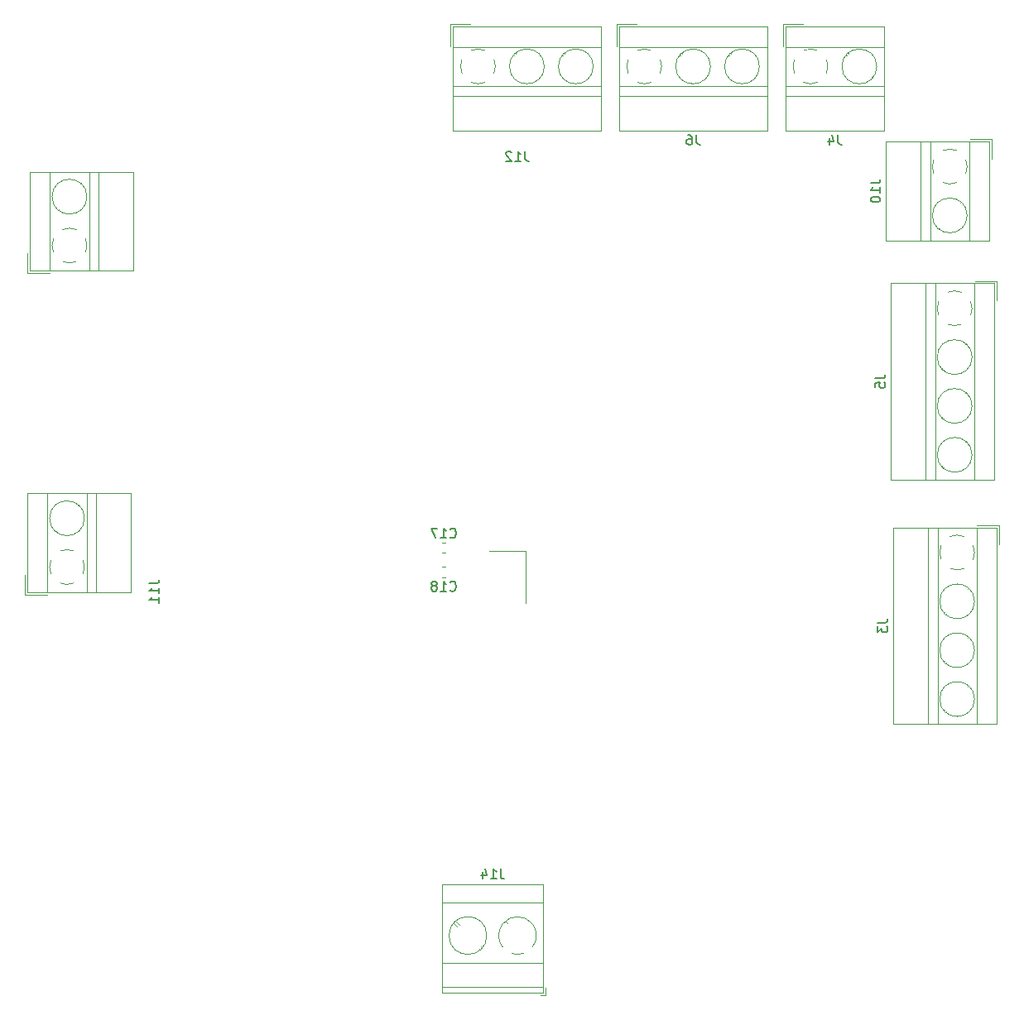
<source format=gbr>
%TF.GenerationSoftware,KiCad,Pcbnew,7.0.10*%
%TF.CreationDate,2024-08-08T13:18:15-05:00*%
%TF.ProjectId,river_sampler,72697665-725f-4736-916d-706c65722e6b,rev?*%
%TF.SameCoordinates,Original*%
%TF.FileFunction,Legend,Bot*%
%TF.FilePolarity,Positive*%
%FSLAX46Y46*%
G04 Gerber Fmt 4.6, Leading zero omitted, Abs format (unit mm)*
G04 Created by KiCad (PCBNEW 7.0.10) date 2024-08-08 13:18:15*
%MOMM*%
%LPD*%
G01*
G04 APERTURE LIST*
%ADD10C,0.150000*%
%ADD11C,0.120000*%
G04 APERTURE END LIST*
D10*
X127644819Y-98190476D02*
X128359104Y-98190476D01*
X128359104Y-98190476D02*
X128501961Y-98142857D01*
X128501961Y-98142857D02*
X128597200Y-98047619D01*
X128597200Y-98047619D02*
X128644819Y-97904762D01*
X128644819Y-97904762D02*
X128644819Y-97809524D01*
X128644819Y-99190476D02*
X128644819Y-98619048D01*
X128644819Y-98904762D02*
X127644819Y-98904762D01*
X127644819Y-98904762D02*
X127787676Y-98809524D01*
X127787676Y-98809524D02*
X127882914Y-98714286D01*
X127882914Y-98714286D02*
X127930533Y-98619048D01*
X127644819Y-99809524D02*
X127644819Y-99904762D01*
X127644819Y-99904762D02*
X127692438Y-100000000D01*
X127692438Y-100000000D02*
X127740057Y-100047619D01*
X127740057Y-100047619D02*
X127835295Y-100095238D01*
X127835295Y-100095238D02*
X128025771Y-100142857D01*
X128025771Y-100142857D02*
X128263866Y-100142857D01*
X128263866Y-100142857D02*
X128454342Y-100095238D01*
X128454342Y-100095238D02*
X128549580Y-100047619D01*
X128549580Y-100047619D02*
X128597200Y-100000000D01*
X128597200Y-100000000D02*
X128644819Y-99904762D01*
X128644819Y-99904762D02*
X128644819Y-99809524D01*
X128644819Y-99809524D02*
X128597200Y-99714286D01*
X128597200Y-99714286D02*
X128549580Y-99666667D01*
X128549580Y-99666667D02*
X128454342Y-99619048D01*
X128454342Y-99619048D02*
X128263866Y-99571429D01*
X128263866Y-99571429D02*
X128025771Y-99571429D01*
X128025771Y-99571429D02*
X127835295Y-99619048D01*
X127835295Y-99619048D02*
X127740057Y-99666667D01*
X127740057Y-99666667D02*
X127692438Y-99714286D01*
X127692438Y-99714286D02*
X127644819Y-99809524D01*
X84642857Y-134429580D02*
X84690476Y-134477200D01*
X84690476Y-134477200D02*
X84833333Y-134524819D01*
X84833333Y-134524819D02*
X84928571Y-134524819D01*
X84928571Y-134524819D02*
X85071428Y-134477200D01*
X85071428Y-134477200D02*
X85166666Y-134381961D01*
X85166666Y-134381961D02*
X85214285Y-134286723D01*
X85214285Y-134286723D02*
X85261904Y-134096247D01*
X85261904Y-134096247D02*
X85261904Y-133953390D01*
X85261904Y-133953390D02*
X85214285Y-133762914D01*
X85214285Y-133762914D02*
X85166666Y-133667676D01*
X85166666Y-133667676D02*
X85071428Y-133572438D01*
X85071428Y-133572438D02*
X84928571Y-133524819D01*
X84928571Y-133524819D02*
X84833333Y-133524819D01*
X84833333Y-133524819D02*
X84690476Y-133572438D01*
X84690476Y-133572438D02*
X84642857Y-133620057D01*
X83690476Y-134524819D02*
X84261904Y-134524819D01*
X83976190Y-134524819D02*
X83976190Y-133524819D01*
X83976190Y-133524819D02*
X84071428Y-133667676D01*
X84071428Y-133667676D02*
X84166666Y-133762914D01*
X84166666Y-133762914D02*
X84261904Y-133810533D01*
X83357142Y-133524819D02*
X82690476Y-133524819D01*
X82690476Y-133524819D02*
X83119047Y-134524819D01*
X124333333Y-93264819D02*
X124333333Y-93979104D01*
X124333333Y-93979104D02*
X124380952Y-94121961D01*
X124380952Y-94121961D02*
X124476190Y-94217200D01*
X124476190Y-94217200D02*
X124619047Y-94264819D01*
X124619047Y-94264819D02*
X124714285Y-94264819D01*
X123428571Y-93598152D02*
X123428571Y-94264819D01*
X123666666Y-93217200D02*
X123904761Y-93931485D01*
X123904761Y-93931485D02*
X123285714Y-93931485D01*
X128394819Y-143166666D02*
X129109104Y-143166666D01*
X129109104Y-143166666D02*
X129251961Y-143119047D01*
X129251961Y-143119047D02*
X129347200Y-143023809D01*
X129347200Y-143023809D02*
X129394819Y-142880952D01*
X129394819Y-142880952D02*
X129394819Y-142785714D01*
X128394819Y-143547619D02*
X128394819Y-144166666D01*
X128394819Y-144166666D02*
X128775771Y-143833333D01*
X128775771Y-143833333D02*
X128775771Y-143976190D01*
X128775771Y-143976190D02*
X128823390Y-144071428D01*
X128823390Y-144071428D02*
X128871009Y-144119047D01*
X128871009Y-144119047D02*
X128966247Y-144166666D01*
X128966247Y-144166666D02*
X129204342Y-144166666D01*
X129204342Y-144166666D02*
X129299580Y-144119047D01*
X129299580Y-144119047D02*
X129347200Y-144071428D01*
X129347200Y-144071428D02*
X129394819Y-143976190D01*
X129394819Y-143976190D02*
X129394819Y-143690476D01*
X129394819Y-143690476D02*
X129347200Y-143595238D01*
X129347200Y-143595238D02*
X129299580Y-143547619D01*
X89814523Y-168394819D02*
X89814523Y-169109104D01*
X89814523Y-169109104D02*
X89862142Y-169251961D01*
X89862142Y-169251961D02*
X89957380Y-169347200D01*
X89957380Y-169347200D02*
X90100237Y-169394819D01*
X90100237Y-169394819D02*
X90195475Y-169394819D01*
X88814523Y-169394819D02*
X89385951Y-169394819D01*
X89100237Y-169394819D02*
X89100237Y-168394819D01*
X89100237Y-168394819D02*
X89195475Y-168537676D01*
X89195475Y-168537676D02*
X89290713Y-168632914D01*
X89290713Y-168632914D02*
X89385951Y-168680533D01*
X87957380Y-168728152D02*
X87957380Y-169394819D01*
X88195475Y-168347200D02*
X88433570Y-169061485D01*
X88433570Y-169061485D02*
X87814523Y-169061485D01*
X92309523Y-94954819D02*
X92309523Y-95669104D01*
X92309523Y-95669104D02*
X92357142Y-95811961D01*
X92357142Y-95811961D02*
X92452380Y-95907200D01*
X92452380Y-95907200D02*
X92595237Y-95954819D01*
X92595237Y-95954819D02*
X92690475Y-95954819D01*
X91309523Y-95954819D02*
X91880951Y-95954819D01*
X91595237Y-95954819D02*
X91595237Y-94954819D01*
X91595237Y-94954819D02*
X91690475Y-95097676D01*
X91690475Y-95097676D02*
X91785713Y-95192914D01*
X91785713Y-95192914D02*
X91880951Y-95240533D01*
X90928570Y-95050057D02*
X90880951Y-95002438D01*
X90880951Y-95002438D02*
X90785713Y-94954819D01*
X90785713Y-94954819D02*
X90547618Y-94954819D01*
X90547618Y-94954819D02*
X90452380Y-95002438D01*
X90452380Y-95002438D02*
X90404761Y-95050057D01*
X90404761Y-95050057D02*
X90357142Y-95145295D01*
X90357142Y-95145295D02*
X90357142Y-95240533D01*
X90357142Y-95240533D02*
X90404761Y-95383390D01*
X90404761Y-95383390D02*
X90976189Y-95954819D01*
X90976189Y-95954819D02*
X90357142Y-95954819D01*
X84642857Y-139859580D02*
X84690476Y-139907200D01*
X84690476Y-139907200D02*
X84833333Y-139954819D01*
X84833333Y-139954819D02*
X84928571Y-139954819D01*
X84928571Y-139954819D02*
X85071428Y-139907200D01*
X85071428Y-139907200D02*
X85166666Y-139811961D01*
X85166666Y-139811961D02*
X85214285Y-139716723D01*
X85214285Y-139716723D02*
X85261904Y-139526247D01*
X85261904Y-139526247D02*
X85261904Y-139383390D01*
X85261904Y-139383390D02*
X85214285Y-139192914D01*
X85214285Y-139192914D02*
X85166666Y-139097676D01*
X85166666Y-139097676D02*
X85071428Y-139002438D01*
X85071428Y-139002438D02*
X84928571Y-138954819D01*
X84928571Y-138954819D02*
X84833333Y-138954819D01*
X84833333Y-138954819D02*
X84690476Y-139002438D01*
X84690476Y-139002438D02*
X84642857Y-139050057D01*
X83690476Y-139954819D02*
X84261904Y-139954819D01*
X83976190Y-139954819D02*
X83976190Y-138954819D01*
X83976190Y-138954819D02*
X84071428Y-139097676D01*
X84071428Y-139097676D02*
X84166666Y-139192914D01*
X84166666Y-139192914D02*
X84261904Y-139240533D01*
X83119047Y-139383390D02*
X83214285Y-139335771D01*
X83214285Y-139335771D02*
X83261904Y-139288152D01*
X83261904Y-139288152D02*
X83309523Y-139192914D01*
X83309523Y-139192914D02*
X83309523Y-139145295D01*
X83309523Y-139145295D02*
X83261904Y-139050057D01*
X83261904Y-139050057D02*
X83214285Y-139002438D01*
X83214285Y-139002438D02*
X83119047Y-138954819D01*
X83119047Y-138954819D02*
X82928571Y-138954819D01*
X82928571Y-138954819D02*
X82833333Y-139002438D01*
X82833333Y-139002438D02*
X82785714Y-139050057D01*
X82785714Y-139050057D02*
X82738095Y-139145295D01*
X82738095Y-139145295D02*
X82738095Y-139192914D01*
X82738095Y-139192914D02*
X82785714Y-139288152D01*
X82785714Y-139288152D02*
X82833333Y-139335771D01*
X82833333Y-139335771D02*
X82928571Y-139383390D01*
X82928571Y-139383390D02*
X83119047Y-139383390D01*
X83119047Y-139383390D02*
X83214285Y-139431009D01*
X83214285Y-139431009D02*
X83261904Y-139478628D01*
X83261904Y-139478628D02*
X83309523Y-139573866D01*
X83309523Y-139573866D02*
X83309523Y-139764342D01*
X83309523Y-139764342D02*
X83261904Y-139859580D01*
X83261904Y-139859580D02*
X83214285Y-139907200D01*
X83214285Y-139907200D02*
X83119047Y-139954819D01*
X83119047Y-139954819D02*
X82928571Y-139954819D01*
X82928571Y-139954819D02*
X82833333Y-139907200D01*
X82833333Y-139907200D02*
X82785714Y-139859580D01*
X82785714Y-139859580D02*
X82738095Y-139764342D01*
X82738095Y-139764342D02*
X82738095Y-139573866D01*
X82738095Y-139573866D02*
X82785714Y-139478628D01*
X82785714Y-139478628D02*
X82833333Y-139431009D01*
X82833333Y-139431009D02*
X82928571Y-139383390D01*
X128144819Y-118166666D02*
X128859104Y-118166666D01*
X128859104Y-118166666D02*
X129001961Y-118119047D01*
X129001961Y-118119047D02*
X129097200Y-118023809D01*
X129097200Y-118023809D02*
X129144819Y-117880952D01*
X129144819Y-117880952D02*
X129144819Y-117785714D01*
X128144819Y-119119047D02*
X128144819Y-118642857D01*
X128144819Y-118642857D02*
X128621009Y-118595238D01*
X128621009Y-118595238D02*
X128573390Y-118642857D01*
X128573390Y-118642857D02*
X128525771Y-118738095D01*
X128525771Y-118738095D02*
X128525771Y-118976190D01*
X128525771Y-118976190D02*
X128573390Y-119071428D01*
X128573390Y-119071428D02*
X128621009Y-119119047D01*
X128621009Y-119119047D02*
X128716247Y-119166666D01*
X128716247Y-119166666D02*
X128954342Y-119166666D01*
X128954342Y-119166666D02*
X129049580Y-119119047D01*
X129049580Y-119119047D02*
X129097200Y-119071428D01*
X129097200Y-119071428D02*
X129144819Y-118976190D01*
X129144819Y-118976190D02*
X129144819Y-118738095D01*
X129144819Y-118738095D02*
X129097200Y-118642857D01*
X129097200Y-118642857D02*
X129049580Y-118595238D01*
X109833333Y-93264819D02*
X109833333Y-93979104D01*
X109833333Y-93979104D02*
X109880952Y-94121961D01*
X109880952Y-94121961D02*
X109976190Y-94217200D01*
X109976190Y-94217200D02*
X110119047Y-94264819D01*
X110119047Y-94264819D02*
X110214285Y-94264819D01*
X108928571Y-93264819D02*
X109119047Y-93264819D01*
X109119047Y-93264819D02*
X109214285Y-93312438D01*
X109214285Y-93312438D02*
X109261904Y-93360057D01*
X109261904Y-93360057D02*
X109357142Y-93502914D01*
X109357142Y-93502914D02*
X109404761Y-93693390D01*
X109404761Y-93693390D02*
X109404761Y-94074342D01*
X109404761Y-94074342D02*
X109357142Y-94169580D01*
X109357142Y-94169580D02*
X109309523Y-94217200D01*
X109309523Y-94217200D02*
X109214285Y-94264819D01*
X109214285Y-94264819D02*
X109023809Y-94264819D01*
X109023809Y-94264819D02*
X108928571Y-94217200D01*
X108928571Y-94217200D02*
X108880952Y-94169580D01*
X108880952Y-94169580D02*
X108833333Y-94074342D01*
X108833333Y-94074342D02*
X108833333Y-93836247D01*
X108833333Y-93836247D02*
X108880952Y-93741009D01*
X108880952Y-93741009D02*
X108928571Y-93693390D01*
X108928571Y-93693390D02*
X109023809Y-93645771D01*
X109023809Y-93645771D02*
X109214285Y-93645771D01*
X109214285Y-93645771D02*
X109309523Y-93693390D01*
X109309523Y-93693390D02*
X109357142Y-93741009D01*
X109357142Y-93741009D02*
X109404761Y-93836247D01*
X53880819Y-139180676D02*
X54595104Y-139180676D01*
X54595104Y-139180676D02*
X54737961Y-139133057D01*
X54737961Y-139133057D02*
X54833200Y-139037819D01*
X54833200Y-139037819D02*
X54880819Y-138894962D01*
X54880819Y-138894962D02*
X54880819Y-138799724D01*
X54880819Y-140180676D02*
X54880819Y-139609248D01*
X54880819Y-139894962D02*
X53880819Y-139894962D01*
X53880819Y-139894962D02*
X54023676Y-139799724D01*
X54023676Y-139799724D02*
X54118914Y-139704486D01*
X54118914Y-139704486D02*
X54166533Y-139609248D01*
X54880819Y-141133057D02*
X54880819Y-140561629D01*
X54880819Y-140847343D02*
X53880819Y-140847343D01*
X53880819Y-140847343D02*
X54023676Y-140752105D01*
X54023676Y-140752105D02*
X54118914Y-140656867D01*
X54118914Y-140656867D02*
X54166533Y-140561629D01*
D11*
%TO.C,Y1*%
X92350000Y-135850000D02*
X92350000Y-141150000D01*
X88650000Y-135850000D02*
X92350000Y-135850000D01*
%TO.C,J10*%
X140050000Y-93700000D02*
X140050000Y-95700000D01*
X137810000Y-93700000D02*
X140050000Y-93700000D01*
X139810000Y-93940000D02*
X139810000Y-104060000D01*
X137750000Y-93940000D02*
X137750000Y-104060000D01*
X133750000Y-93940000D02*
X133750000Y-104060000D01*
X132750000Y-93940000D02*
X132750000Y-104060000D01*
X129190000Y-93940000D02*
X139810000Y-93940000D01*
X129190000Y-93940000D02*
X129190000Y-104060000D01*
X136833000Y-100200000D02*
X136883000Y-100150000D01*
X137075000Y-100392000D02*
X137100000Y-100368000D01*
X134400000Y-102633000D02*
X134424000Y-102608000D01*
X134617000Y-102850000D02*
X134667000Y-102801000D01*
X129190000Y-104060000D02*
X139810000Y-104060000D01*
X136445516Y-94860794D02*
G75*
G03*
X135054000Y-94861000I-695515J-1639201D01*
G01*
X137530389Y-96530814D02*
G75*
G03*
X137388999Y-95804000I-1780375J30816D01*
G01*
X137388499Y-97195501D02*
G75*
G03*
X137530000Y-96500000I-1638501J695501D01*
G01*
X134110794Y-95804484D02*
G75*
G03*
X134111000Y-97196000I1639201J-695515D01*
G01*
X135054484Y-98139206D02*
G75*
G03*
X136446000Y-98139000I695515J1639213D01*
G01*
X137530000Y-101500000D02*
G75*
G03*
X133970000Y-101500000I-1780000J0D01*
G01*
X133970000Y-101500000D02*
G75*
G03*
X137530000Y-101500000I1780000J0D01*
G01*
%TO.C,C17*%
X84140580Y-136010000D02*
X83859420Y-136010000D01*
X84140580Y-134990000D02*
X83859420Y-134990000D01*
%TO.C,J4*%
X118700000Y-81950000D02*
X120700000Y-81950000D01*
X118700000Y-84190000D02*
X118700000Y-81950000D01*
X118940000Y-82190000D02*
X129060000Y-82190000D01*
X118940000Y-84250000D02*
X129060000Y-84250000D01*
X118940000Y-88250000D02*
X129060000Y-88250000D01*
X118940000Y-89250000D02*
X129060000Y-89250000D01*
X118940000Y-92810000D02*
X118940000Y-82190000D01*
X118940000Y-92810000D02*
X129060000Y-92810000D01*
X125200000Y-85167000D02*
X125150000Y-85117000D01*
X125392000Y-84925000D02*
X125368000Y-84900000D01*
X127633000Y-87600000D02*
X127608000Y-87576000D01*
X127850000Y-87383000D02*
X127801000Y-87333000D01*
X129060000Y-92810000D02*
X129060000Y-82190000D01*
X119860794Y-85554484D02*
G75*
G03*
X119861000Y-86946000I1639201J-695515D01*
G01*
X121530814Y-84469611D02*
G75*
G03*
X120804000Y-84611001I-30816J-1780375D01*
G01*
X122195501Y-84611501D02*
G75*
G03*
X121500000Y-84470000I-695501J-1638501D01*
G01*
X120804484Y-87889206D02*
G75*
G03*
X122196000Y-87889000I695515J1639201D01*
G01*
X123139206Y-86945516D02*
G75*
G03*
X123139000Y-85554000I-1639213J695515D01*
G01*
X128280000Y-86250000D02*
G75*
G03*
X124720000Y-86250000I-1780000J0D01*
G01*
X124720000Y-86250000D02*
G75*
G03*
X128280000Y-86250000I1780000J0D01*
G01*
%TO.C,J13*%
X41420000Y-107382600D02*
X41420000Y-105382600D01*
X43660000Y-107382600D02*
X41420000Y-107382600D01*
X41660000Y-107142600D02*
X41660000Y-97022600D01*
X43720000Y-107142600D02*
X43720000Y-97022600D01*
X47720000Y-107142600D02*
X47720000Y-97022600D01*
X48720000Y-107142600D02*
X48720000Y-97022600D01*
X52280000Y-107142600D02*
X41660000Y-107142600D01*
X52280000Y-107142600D02*
X52280000Y-97022600D01*
X44637000Y-100882600D02*
X44587000Y-100932600D01*
X44395000Y-100690600D02*
X44370000Y-100714600D01*
X47070000Y-98449600D02*
X47046000Y-98474600D01*
X46853000Y-98232600D02*
X46803000Y-98281600D01*
X52280000Y-97022600D02*
X41660000Y-97022600D01*
X45024484Y-106221806D02*
G75*
G03*
X46416000Y-106221600I695515J1639201D01*
G01*
X43939611Y-104551786D02*
G75*
G03*
X44081001Y-105278600I1780375J-30816D01*
G01*
X44081501Y-103887099D02*
G75*
G03*
X43940000Y-104582600I1638501J-695501D01*
G01*
X47359206Y-105278116D02*
G75*
G03*
X47359000Y-103886600I-1639201J695515D01*
G01*
X46415516Y-102943394D02*
G75*
G03*
X45024000Y-102943600I-695515J-1639213D01*
G01*
X47500000Y-99582600D02*
G75*
G03*
X43940000Y-99582600I-1780000J0D01*
G01*
X43940000Y-99582600D02*
G75*
G03*
X47500000Y-99582600I1780000J0D01*
G01*
%TO.C,J3*%
X140800000Y-133200000D02*
X140800000Y-135200000D01*
X138560000Y-133200000D02*
X140800000Y-133200000D01*
X140560000Y-133440000D02*
X140560000Y-153561000D01*
X138500000Y-133440000D02*
X138500000Y-153561000D01*
X134500000Y-133440000D02*
X134500000Y-153561000D01*
X133500000Y-133440000D02*
X133500000Y-153561000D01*
X129940000Y-133440000D02*
X140560000Y-133440000D01*
X129940000Y-133440000D02*
X129940000Y-153561000D01*
X137583000Y-139700000D02*
X137633000Y-139650000D01*
X137825000Y-139892000D02*
X137850000Y-139868000D01*
X135150000Y-142133000D02*
X135174000Y-142108000D01*
X135367000Y-142350000D02*
X135417000Y-142301000D01*
X137583000Y-144700000D02*
X137633000Y-144650000D01*
X137825000Y-144892000D02*
X137850000Y-144868000D01*
X135150000Y-147133000D02*
X135174000Y-147108000D01*
X135367000Y-147350000D02*
X135417000Y-147301000D01*
X137583000Y-149700000D02*
X137633000Y-149650000D01*
X137825000Y-149892000D02*
X137850000Y-149868000D01*
X135150000Y-152133000D02*
X135174000Y-152108000D01*
X135367000Y-152350000D02*
X135417000Y-152301000D01*
X129940000Y-153561000D02*
X140560000Y-153561000D01*
X137195516Y-134360794D02*
G75*
G03*
X135804000Y-134361000I-695515J-1639201D01*
G01*
X138280389Y-136030814D02*
G75*
G03*
X138138999Y-135304000I-1780375J30816D01*
G01*
X138138499Y-136695501D02*
G75*
G03*
X138280000Y-136000000I-1638501J695501D01*
G01*
X134860794Y-135304484D02*
G75*
G03*
X134861000Y-136696000I1639201J-695515D01*
G01*
X135804484Y-137639206D02*
G75*
G03*
X137196000Y-137639000I695515J1639213D01*
G01*
X138280000Y-141000000D02*
G75*
G03*
X134720000Y-141000000I-1780000J0D01*
G01*
X134720000Y-141000000D02*
G75*
G03*
X138280000Y-141000000I1780000J0D01*
G01*
X138280000Y-146000000D02*
G75*
G03*
X134720000Y-146000000I-1780000J0D01*
G01*
X134720000Y-146000000D02*
G75*
G03*
X138280000Y-146000000I1780000J0D01*
G01*
X138280000Y-151000000D02*
G75*
G03*
X134720000Y-151000000I-1780000J0D01*
G01*
X134720000Y-151000000D02*
G75*
G03*
X138280000Y-151000000I1780000J0D01*
G01*
%TO.C,J14*%
X94385000Y-181300000D02*
X93885000Y-181300000D01*
X94385000Y-180560000D02*
X94385000Y-181300000D01*
X94145000Y-181060000D02*
X83865000Y-181060000D01*
X94145000Y-180500000D02*
X83865000Y-180500000D01*
X94145000Y-178000000D02*
X83865000Y-178000000D01*
X94145000Y-171800000D02*
X83865000Y-171800000D01*
X94145000Y-169940000D02*
X94145000Y-181060000D01*
X94145000Y-169940000D02*
X83865000Y-169940000D01*
X90316000Y-173736000D02*
X90532000Y-173951000D01*
X87821000Y-176321000D02*
X87928000Y-176428000D01*
X87612000Y-176583000D02*
X87693000Y-176664000D01*
X85236000Y-173736000D02*
X85627000Y-174126000D01*
X85001000Y-173971000D02*
X85351000Y-174321000D01*
X83865000Y-169940000D02*
X83865000Y-181060000D01*
X93066644Y-176388174D02*
G75*
G03*
X93065999Y-174011001I-1521644J1188174D01*
G01*
X91511731Y-177130335D02*
G75*
G03*
X92142000Y-177035999I33274J1930311D01*
G01*
X90948597Y-177035539D02*
G75*
G03*
X91545000Y-177130000I596408J1835572D01*
G01*
X93045316Y-173985392D02*
G75*
G03*
X90045001Y-173985001I-1500316J-1214606D01*
G01*
X90023356Y-174011826D02*
G75*
G03*
X90024001Y-176388999I1521644J-1188174D01*
G01*
X88395000Y-175200000D02*
G75*
G03*
X84535000Y-175200000I-1930000J0D01*
G01*
X84535000Y-175200000D02*
G75*
G03*
X88395000Y-175200000I1930000J0D01*
G01*
%TO.C,J12*%
X84700000Y-81950000D02*
X86700000Y-81950000D01*
X84700000Y-84190000D02*
X84700000Y-81950000D01*
X84940000Y-82190000D02*
X100060000Y-82190000D01*
X84940000Y-84250000D02*
X100060000Y-84250000D01*
X84940000Y-88250000D02*
X100060000Y-88250000D01*
X84940000Y-89250000D02*
X100060000Y-89250000D01*
X84940000Y-92810000D02*
X84940000Y-82190000D01*
X84940000Y-92810000D02*
X100060000Y-92810000D01*
X91200000Y-85167000D02*
X91150000Y-85117000D01*
X91392000Y-84925000D02*
X91368000Y-84900000D01*
X93633000Y-87600000D02*
X93608000Y-87576000D01*
X93850000Y-87383000D02*
X93801000Y-87333000D01*
X96200000Y-85167000D02*
X96150000Y-85117000D01*
X96392000Y-84925000D02*
X96368000Y-84900000D01*
X98633000Y-87600000D02*
X98608000Y-87576000D01*
X98850000Y-87383000D02*
X98801000Y-87333000D01*
X100060000Y-92810000D02*
X100060000Y-82190000D01*
X85860794Y-85554484D02*
G75*
G03*
X85861000Y-86946000I1639201J-695515D01*
G01*
X87530814Y-84469611D02*
G75*
G03*
X86804000Y-84611001I-30816J-1780375D01*
G01*
X88195501Y-84611501D02*
G75*
G03*
X87500000Y-84470000I-695501J-1638501D01*
G01*
X86804484Y-87889206D02*
G75*
G03*
X88196000Y-87889000I695515J1639201D01*
G01*
X89139206Y-86945516D02*
G75*
G03*
X89139000Y-85554000I-1639213J695515D01*
G01*
X94280000Y-86250000D02*
G75*
G03*
X90720000Y-86250000I-1780000J0D01*
G01*
X90720000Y-86250000D02*
G75*
G03*
X94280000Y-86250000I1780000J0D01*
G01*
X99280000Y-86250000D02*
G75*
G03*
X95720000Y-86250000I-1780000J0D01*
G01*
X95720000Y-86250000D02*
G75*
G03*
X99280000Y-86250000I1780000J0D01*
G01*
%TO.C,C18*%
X84140580Y-138510000D02*
X83859420Y-138510000D01*
X84140580Y-137490000D02*
X83859420Y-137490000D01*
%TO.C,J5*%
X140550000Y-108200000D02*
X140550000Y-110200000D01*
X138310000Y-108200000D02*
X140550000Y-108200000D01*
X140310000Y-108440000D02*
X140310000Y-128561000D01*
X138250000Y-108440000D02*
X138250000Y-128561000D01*
X134250000Y-108440000D02*
X134250000Y-128561000D01*
X133250000Y-108440000D02*
X133250000Y-128561000D01*
X129690000Y-108440000D02*
X140310000Y-108440000D01*
X129690000Y-108440000D02*
X129690000Y-128561000D01*
X137333000Y-114700000D02*
X137383000Y-114650000D01*
X137575000Y-114892000D02*
X137600000Y-114868000D01*
X134900000Y-117133000D02*
X134924000Y-117108000D01*
X135117000Y-117350000D02*
X135167000Y-117301000D01*
X137333000Y-119700000D02*
X137383000Y-119650000D01*
X137575000Y-119892000D02*
X137600000Y-119868000D01*
X134900000Y-122133000D02*
X134924000Y-122108000D01*
X135117000Y-122350000D02*
X135167000Y-122301000D01*
X137333000Y-124700000D02*
X137383000Y-124650000D01*
X137575000Y-124892000D02*
X137600000Y-124868000D01*
X134900000Y-127133000D02*
X134924000Y-127108000D01*
X135117000Y-127350000D02*
X135167000Y-127301000D01*
X129690000Y-128561000D02*
X140310000Y-128561000D01*
X136945516Y-109360794D02*
G75*
G03*
X135554000Y-109361000I-695515J-1639201D01*
G01*
X138030389Y-111030814D02*
G75*
G03*
X137888999Y-110304000I-1780375J30816D01*
G01*
X137888499Y-111695501D02*
G75*
G03*
X138030000Y-111000000I-1638501J695501D01*
G01*
X134610794Y-110304484D02*
G75*
G03*
X134611000Y-111696000I1639201J-695515D01*
G01*
X135554484Y-112639206D02*
G75*
G03*
X136946000Y-112639000I695515J1639213D01*
G01*
X138030000Y-116000000D02*
G75*
G03*
X134470000Y-116000000I-1780000J0D01*
G01*
X134470000Y-116000000D02*
G75*
G03*
X138030000Y-116000000I1780000J0D01*
G01*
X138030000Y-121000000D02*
G75*
G03*
X134470000Y-121000000I-1780000J0D01*
G01*
X134470000Y-121000000D02*
G75*
G03*
X138030000Y-121000000I1780000J0D01*
G01*
X138030000Y-126000000D02*
G75*
G03*
X134470000Y-126000000I-1780000J0D01*
G01*
X134470000Y-126000000D02*
G75*
G03*
X138030000Y-126000000I1780000J0D01*
G01*
%TO.C,J6*%
X101700000Y-81950000D02*
X103700000Y-81950000D01*
X101700000Y-84190000D02*
X101700000Y-81950000D01*
X101940000Y-82190000D02*
X117060000Y-82190000D01*
X101940000Y-84250000D02*
X117060000Y-84250000D01*
X101940000Y-88250000D02*
X117060000Y-88250000D01*
X101940000Y-89250000D02*
X117060000Y-89250000D01*
X101940000Y-92810000D02*
X101940000Y-82190000D01*
X101940000Y-92810000D02*
X117060000Y-92810000D01*
X108200000Y-85167000D02*
X108150000Y-85117000D01*
X108392000Y-84925000D02*
X108368000Y-84900000D01*
X110633000Y-87600000D02*
X110608000Y-87576000D01*
X110850000Y-87383000D02*
X110801000Y-87333000D01*
X113200000Y-85167000D02*
X113150000Y-85117000D01*
X113392000Y-84925000D02*
X113368000Y-84900000D01*
X115633000Y-87600000D02*
X115608000Y-87576000D01*
X115850000Y-87383000D02*
X115801000Y-87333000D01*
X117060000Y-92810000D02*
X117060000Y-82190000D01*
X102860794Y-85554484D02*
G75*
G03*
X102861000Y-86946000I1639201J-695515D01*
G01*
X104530814Y-84469611D02*
G75*
G03*
X103804000Y-84611001I-30816J-1780375D01*
G01*
X105195501Y-84611501D02*
G75*
G03*
X104500000Y-84470000I-695501J-1638501D01*
G01*
X103804484Y-87889206D02*
G75*
G03*
X105196000Y-87889000I695515J1639201D01*
G01*
X106139206Y-86945516D02*
G75*
G03*
X106139000Y-85554000I-1639213J695515D01*
G01*
X111280000Y-86250000D02*
G75*
G03*
X107720000Y-86250000I-1780000J0D01*
G01*
X107720000Y-86250000D02*
G75*
G03*
X111280000Y-86250000I1780000J0D01*
G01*
X116280000Y-86250000D02*
G75*
G03*
X112720000Y-86250000I-1780000J0D01*
G01*
X112720000Y-86250000D02*
G75*
G03*
X116280000Y-86250000I1780000J0D01*
G01*
%TO.C,J11*%
X41166000Y-140290200D02*
X41166000Y-138290200D01*
X43406000Y-140290200D02*
X41166000Y-140290200D01*
X41406000Y-140050200D02*
X41406000Y-129930200D01*
X43466000Y-140050200D02*
X43466000Y-129930200D01*
X47466000Y-140050200D02*
X47466000Y-129930200D01*
X48466000Y-140050200D02*
X48466000Y-129930200D01*
X52026000Y-140050200D02*
X41406000Y-140050200D01*
X52026000Y-140050200D02*
X52026000Y-129930200D01*
X44383000Y-133790200D02*
X44333000Y-133840200D01*
X44141000Y-133598200D02*
X44116000Y-133622200D01*
X46816000Y-131357200D02*
X46792000Y-131382200D01*
X46599000Y-131140200D02*
X46549000Y-131189200D01*
X52026000Y-129930200D02*
X41406000Y-129930200D01*
X44770484Y-139129406D02*
G75*
G03*
X46162000Y-139129200I695515J1639201D01*
G01*
X43685611Y-137459386D02*
G75*
G03*
X43827001Y-138186200I1780375J-30816D01*
G01*
X43827501Y-136794699D02*
G75*
G03*
X43686000Y-137490200I1638501J-695501D01*
G01*
X47105206Y-138185716D02*
G75*
G03*
X47105000Y-136794200I-1639201J695515D01*
G01*
X46161516Y-135850994D02*
G75*
G03*
X44770000Y-135851200I-695515J-1639213D01*
G01*
X47246000Y-132490200D02*
G75*
G03*
X43686000Y-132490200I-1780000J0D01*
G01*
X43686000Y-132490200D02*
G75*
G03*
X47246000Y-132490200I1780000J0D01*
G01*
%TD*%
M02*

</source>
